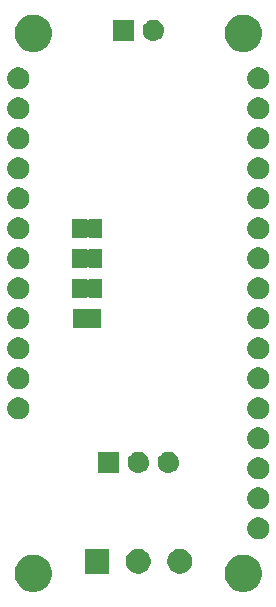
<source format=gbr>
G04 #@! TF.GenerationSoftware,KiCad,Pcbnew,5.0.2-bee76a0~70~ubuntu18.04.1*
G04 #@! TF.CreationDate,2020-02-06T10:53:29-08:00*
G04 #@! TF.ProjectId,potentiostat_featherwing,706f7465-6e74-4696-9f73-7461745f6665,rev?*
G04 #@! TF.SameCoordinates,Original*
G04 #@! TF.FileFunction,Soldermask,Bot*
G04 #@! TF.FilePolarity,Negative*
%FSLAX46Y46*%
G04 Gerber Fmt 4.6, Leading zero omitted, Abs format (unit mm)*
G04 Created by KiCad (PCBNEW 5.0.2-bee76a0~70~ubuntu18.04.1) date Thu 06 Feb 2020 10:53:29 AM PST*
%MOMM*%
%LPD*%
G01*
G04 APERTURE LIST*
%ADD10C,0.100000*%
G04 APERTURE END LIST*
D10*
G36*
X60149411Y-72145526D02*
X60268137Y-72194704D01*
X60436041Y-72264252D01*
X60694007Y-72436619D01*
X60913381Y-72655993D01*
X61085748Y-72913959D01*
X61204474Y-73200590D01*
X61265000Y-73504875D01*
X61265000Y-73815125D01*
X61204474Y-74119410D01*
X61085748Y-74406041D01*
X60913381Y-74664007D01*
X60694007Y-74883381D01*
X60436041Y-75055748D01*
X60268137Y-75125296D01*
X60149411Y-75174474D01*
X59845125Y-75235000D01*
X59534875Y-75235000D01*
X59230589Y-75174474D01*
X59111863Y-75125296D01*
X58943959Y-75055748D01*
X58685993Y-74883381D01*
X58466619Y-74664007D01*
X58294252Y-74406041D01*
X58175526Y-74119410D01*
X58115000Y-73815125D01*
X58115000Y-73504875D01*
X58175526Y-73200590D01*
X58294252Y-72913959D01*
X58466619Y-72655993D01*
X58685993Y-72436619D01*
X58943959Y-72264252D01*
X59111863Y-72194704D01*
X59230589Y-72145526D01*
X59534875Y-72085000D01*
X59845125Y-72085000D01*
X60149411Y-72145526D01*
X60149411Y-72145526D01*
G37*
G36*
X42369411Y-72145526D02*
X42488137Y-72194704D01*
X42656041Y-72264252D01*
X42914007Y-72436619D01*
X43133381Y-72655993D01*
X43305748Y-72913959D01*
X43424474Y-73200590D01*
X43485000Y-73504875D01*
X43485000Y-73815125D01*
X43424474Y-74119410D01*
X43305748Y-74406041D01*
X43133381Y-74664007D01*
X42914007Y-74883381D01*
X42656041Y-75055748D01*
X42488137Y-75125296D01*
X42369411Y-75174474D01*
X42065125Y-75235000D01*
X41754875Y-75235000D01*
X41450589Y-75174474D01*
X41331863Y-75125296D01*
X41163959Y-75055748D01*
X40905993Y-74883381D01*
X40686619Y-74664007D01*
X40514252Y-74406041D01*
X40395526Y-74119410D01*
X40335000Y-73815125D01*
X40335000Y-73504875D01*
X40395526Y-73200590D01*
X40514252Y-72913959D01*
X40686619Y-72655993D01*
X40905993Y-72436619D01*
X41163959Y-72264252D01*
X41331863Y-72194704D01*
X41450589Y-72145526D01*
X41754875Y-72085000D01*
X42065125Y-72085000D01*
X42369411Y-72145526D01*
X42369411Y-72145526D01*
G37*
G36*
X48350880Y-73695000D02*
X46248880Y-73695000D01*
X46248880Y-71593000D01*
X48350880Y-71593000D01*
X48350880Y-73695000D01*
X48350880Y-73695000D01*
G37*
G36*
X51106565Y-71633389D02*
X51297834Y-71712615D01*
X51469976Y-71827637D01*
X51616363Y-71974024D01*
X51731385Y-72146166D01*
X51810611Y-72337435D01*
X51851000Y-72540484D01*
X51851000Y-72747516D01*
X51810611Y-72950565D01*
X51731385Y-73141834D01*
X51616363Y-73313976D01*
X51469976Y-73460363D01*
X51297834Y-73575385D01*
X51106565Y-73654611D01*
X50903516Y-73695000D01*
X50696484Y-73695000D01*
X50493435Y-73654611D01*
X50302166Y-73575385D01*
X50130024Y-73460363D01*
X49983637Y-73313976D01*
X49868615Y-73141834D01*
X49789389Y-72950565D01*
X49749000Y-72747516D01*
X49749000Y-72540484D01*
X49789389Y-72337435D01*
X49868615Y-72146166D01*
X49983637Y-71974024D01*
X50130024Y-71827637D01*
X50302166Y-71712615D01*
X50493435Y-71633389D01*
X50696484Y-71593000D01*
X50903516Y-71593000D01*
X51106565Y-71633389D01*
X51106565Y-71633389D01*
G37*
G36*
X54606685Y-71633389D02*
X54797954Y-71712615D01*
X54970096Y-71827637D01*
X55116483Y-71974024D01*
X55231505Y-72146166D01*
X55310731Y-72337435D01*
X55351120Y-72540484D01*
X55351120Y-72747516D01*
X55310731Y-72950565D01*
X55231505Y-73141834D01*
X55116483Y-73313976D01*
X54970096Y-73460363D01*
X54797954Y-73575385D01*
X54606685Y-73654611D01*
X54403636Y-73695000D01*
X54196604Y-73695000D01*
X53993555Y-73654611D01*
X53802286Y-73575385D01*
X53630144Y-73460363D01*
X53483757Y-73313976D01*
X53368735Y-73141834D01*
X53289509Y-72950565D01*
X53249120Y-72747516D01*
X53249120Y-72540484D01*
X53289509Y-72337435D01*
X53368735Y-72146166D01*
X53483757Y-71974024D01*
X53630144Y-71827637D01*
X53802286Y-71712615D01*
X53993555Y-71633389D01*
X54196604Y-71593000D01*
X54403636Y-71593000D01*
X54606685Y-71633389D01*
X54606685Y-71633389D01*
G37*
G36*
X61234188Y-68946123D02*
X61405257Y-69016983D01*
X61559216Y-69119855D01*
X61690145Y-69250784D01*
X61793017Y-69404743D01*
X61863877Y-69575812D01*
X61900000Y-69757417D01*
X61900000Y-69942583D01*
X61863877Y-70124188D01*
X61793017Y-70295257D01*
X61690145Y-70449216D01*
X61559216Y-70580145D01*
X61405257Y-70683017D01*
X61234188Y-70753877D01*
X61052583Y-70790000D01*
X60867417Y-70790000D01*
X60685812Y-70753877D01*
X60514743Y-70683017D01*
X60360784Y-70580145D01*
X60229855Y-70449216D01*
X60126983Y-70295257D01*
X60056123Y-70124188D01*
X60020000Y-69942583D01*
X60020000Y-69757417D01*
X60056123Y-69575812D01*
X60126983Y-69404743D01*
X60229855Y-69250784D01*
X60360784Y-69119855D01*
X60514743Y-69016983D01*
X60685812Y-68946123D01*
X60867417Y-68910000D01*
X61052583Y-68910000D01*
X61234188Y-68946123D01*
X61234188Y-68946123D01*
G37*
G36*
X61234188Y-66406123D02*
X61405257Y-66476983D01*
X61559216Y-66579855D01*
X61690145Y-66710784D01*
X61793017Y-66864743D01*
X61863877Y-67035812D01*
X61900000Y-67217417D01*
X61900000Y-67402583D01*
X61863877Y-67584188D01*
X61793017Y-67755257D01*
X61690145Y-67909216D01*
X61559216Y-68040145D01*
X61405257Y-68143017D01*
X61234188Y-68213877D01*
X61052583Y-68250000D01*
X60867417Y-68250000D01*
X60685812Y-68213877D01*
X60514743Y-68143017D01*
X60360784Y-68040145D01*
X60229855Y-67909216D01*
X60126983Y-67755257D01*
X60056123Y-67584188D01*
X60020000Y-67402583D01*
X60020000Y-67217417D01*
X60056123Y-67035812D01*
X60126983Y-66864743D01*
X60229855Y-66710784D01*
X60360784Y-66579855D01*
X60514743Y-66476983D01*
X60685812Y-66406123D01*
X60867417Y-66370000D01*
X61052583Y-66370000D01*
X61234188Y-66406123D01*
X61234188Y-66406123D01*
G37*
G36*
X61234188Y-63866123D02*
X61405257Y-63936983D01*
X61559216Y-64039855D01*
X61690145Y-64170784D01*
X61793017Y-64324743D01*
X61863877Y-64495812D01*
X61900000Y-64677417D01*
X61900000Y-64862583D01*
X61863877Y-65044188D01*
X61793017Y-65215257D01*
X61690145Y-65369216D01*
X61559216Y-65500145D01*
X61405257Y-65603017D01*
X61234188Y-65673877D01*
X61052583Y-65710000D01*
X60867417Y-65710000D01*
X60685812Y-65673877D01*
X60514743Y-65603017D01*
X60360784Y-65500145D01*
X60229855Y-65369216D01*
X60126983Y-65215257D01*
X60056123Y-65044188D01*
X60020000Y-64862583D01*
X60020000Y-64677417D01*
X60056123Y-64495812D01*
X60126983Y-64324743D01*
X60229855Y-64170784D01*
X60360784Y-64039855D01*
X60514743Y-63936983D01*
X60685812Y-63866123D01*
X60867417Y-63830000D01*
X61052583Y-63830000D01*
X61234188Y-63866123D01*
X61234188Y-63866123D01*
G37*
G36*
X53450442Y-63367518D02*
X53516627Y-63374037D01*
X53629853Y-63408384D01*
X53686467Y-63425557D01*
X53825087Y-63499652D01*
X53842991Y-63509222D01*
X53878729Y-63538552D01*
X53980186Y-63621814D01*
X54063448Y-63723271D01*
X54092778Y-63759009D01*
X54092779Y-63759011D01*
X54176443Y-63915533D01*
X54193616Y-63972147D01*
X54227963Y-64085373D01*
X54245359Y-64262000D01*
X54227963Y-64438627D01*
X54210616Y-64495812D01*
X54176443Y-64608467D01*
X54139588Y-64677417D01*
X54092778Y-64764991D01*
X54063448Y-64800729D01*
X53980186Y-64902186D01*
X53878729Y-64985448D01*
X53842991Y-65014778D01*
X53842989Y-65014779D01*
X53686467Y-65098443D01*
X53629853Y-65115616D01*
X53516627Y-65149963D01*
X53450443Y-65156481D01*
X53384260Y-65163000D01*
X53295740Y-65163000D01*
X53229557Y-65156481D01*
X53163373Y-65149963D01*
X53050147Y-65115616D01*
X52993533Y-65098443D01*
X52837011Y-65014779D01*
X52837009Y-65014778D01*
X52801271Y-64985448D01*
X52699814Y-64902186D01*
X52616552Y-64800729D01*
X52587222Y-64764991D01*
X52540412Y-64677417D01*
X52503557Y-64608467D01*
X52469384Y-64495812D01*
X52452037Y-64438627D01*
X52434641Y-64262000D01*
X52452037Y-64085373D01*
X52486384Y-63972147D01*
X52503557Y-63915533D01*
X52587221Y-63759011D01*
X52587222Y-63759009D01*
X52616552Y-63723271D01*
X52699814Y-63621814D01*
X52801271Y-63538552D01*
X52837009Y-63509222D01*
X52854913Y-63499652D01*
X52993533Y-63425557D01*
X53050147Y-63408384D01*
X53163373Y-63374037D01*
X53229558Y-63367518D01*
X53295740Y-63361000D01*
X53384260Y-63361000D01*
X53450442Y-63367518D01*
X53450442Y-63367518D01*
G37*
G36*
X50910442Y-63367518D02*
X50976627Y-63374037D01*
X51089853Y-63408384D01*
X51146467Y-63425557D01*
X51285087Y-63499652D01*
X51302991Y-63509222D01*
X51338729Y-63538552D01*
X51440186Y-63621814D01*
X51523448Y-63723271D01*
X51552778Y-63759009D01*
X51552779Y-63759011D01*
X51636443Y-63915533D01*
X51653616Y-63972147D01*
X51687963Y-64085373D01*
X51705359Y-64262000D01*
X51687963Y-64438627D01*
X51670616Y-64495812D01*
X51636443Y-64608467D01*
X51599588Y-64677417D01*
X51552778Y-64764991D01*
X51523448Y-64800729D01*
X51440186Y-64902186D01*
X51338729Y-64985448D01*
X51302991Y-65014778D01*
X51302989Y-65014779D01*
X51146467Y-65098443D01*
X51089853Y-65115616D01*
X50976627Y-65149963D01*
X50910443Y-65156481D01*
X50844260Y-65163000D01*
X50755740Y-65163000D01*
X50689557Y-65156481D01*
X50623373Y-65149963D01*
X50510147Y-65115616D01*
X50453533Y-65098443D01*
X50297011Y-65014779D01*
X50297009Y-65014778D01*
X50261271Y-64985448D01*
X50159814Y-64902186D01*
X50076552Y-64800729D01*
X50047222Y-64764991D01*
X50000412Y-64677417D01*
X49963557Y-64608467D01*
X49929384Y-64495812D01*
X49912037Y-64438627D01*
X49894641Y-64262000D01*
X49912037Y-64085373D01*
X49946384Y-63972147D01*
X49963557Y-63915533D01*
X50047221Y-63759011D01*
X50047222Y-63759009D01*
X50076552Y-63723271D01*
X50159814Y-63621814D01*
X50261271Y-63538552D01*
X50297009Y-63509222D01*
X50314913Y-63499652D01*
X50453533Y-63425557D01*
X50510147Y-63408384D01*
X50623373Y-63374037D01*
X50689558Y-63367518D01*
X50755740Y-63361000D01*
X50844260Y-63361000D01*
X50910442Y-63367518D01*
X50910442Y-63367518D01*
G37*
G36*
X49161000Y-65163000D02*
X47359000Y-65163000D01*
X47359000Y-63361000D01*
X49161000Y-63361000D01*
X49161000Y-65163000D01*
X49161000Y-65163000D01*
G37*
G36*
X61234188Y-61326123D02*
X61405257Y-61396983D01*
X61559216Y-61499855D01*
X61690145Y-61630784D01*
X61793017Y-61784743D01*
X61863877Y-61955812D01*
X61900000Y-62137417D01*
X61900000Y-62322583D01*
X61863877Y-62504188D01*
X61793017Y-62675257D01*
X61690145Y-62829216D01*
X61559216Y-62960145D01*
X61405257Y-63063017D01*
X61234188Y-63133877D01*
X61052583Y-63170000D01*
X60867417Y-63170000D01*
X60685812Y-63133877D01*
X60514743Y-63063017D01*
X60360784Y-62960145D01*
X60229855Y-62829216D01*
X60126983Y-62675257D01*
X60056123Y-62504188D01*
X60020000Y-62322583D01*
X60020000Y-62137417D01*
X60056123Y-61955812D01*
X60126983Y-61784743D01*
X60229855Y-61630784D01*
X60360784Y-61499855D01*
X60514743Y-61396983D01*
X60685812Y-61326123D01*
X60867417Y-61290000D01*
X61052583Y-61290000D01*
X61234188Y-61326123D01*
X61234188Y-61326123D01*
G37*
G36*
X61234188Y-58786123D02*
X61405257Y-58856983D01*
X61559216Y-58959855D01*
X61690145Y-59090784D01*
X61793017Y-59244743D01*
X61863877Y-59415812D01*
X61900000Y-59597417D01*
X61900000Y-59782583D01*
X61863877Y-59964188D01*
X61793017Y-60135257D01*
X61690145Y-60289216D01*
X61559216Y-60420145D01*
X61405257Y-60523017D01*
X61234188Y-60593877D01*
X61052583Y-60630000D01*
X60867417Y-60630000D01*
X60685812Y-60593877D01*
X60514743Y-60523017D01*
X60360784Y-60420145D01*
X60229855Y-60289216D01*
X60126983Y-60135257D01*
X60056123Y-59964188D01*
X60020000Y-59782583D01*
X60020000Y-59597417D01*
X60056123Y-59415812D01*
X60126983Y-59244743D01*
X60229855Y-59090784D01*
X60360784Y-58959855D01*
X60514743Y-58856983D01*
X60685812Y-58786123D01*
X60867417Y-58750000D01*
X61052583Y-58750000D01*
X61234188Y-58786123D01*
X61234188Y-58786123D01*
G37*
G36*
X40914188Y-58786123D02*
X41085257Y-58856983D01*
X41239216Y-58959855D01*
X41370145Y-59090784D01*
X41473017Y-59244743D01*
X41543877Y-59415812D01*
X41580000Y-59597417D01*
X41580000Y-59782583D01*
X41543877Y-59964188D01*
X41473017Y-60135257D01*
X41370145Y-60289216D01*
X41239216Y-60420145D01*
X41085257Y-60523017D01*
X40914188Y-60593877D01*
X40732583Y-60630000D01*
X40547417Y-60630000D01*
X40365812Y-60593877D01*
X40194743Y-60523017D01*
X40040784Y-60420145D01*
X39909855Y-60289216D01*
X39806983Y-60135257D01*
X39736123Y-59964188D01*
X39700000Y-59782583D01*
X39700000Y-59597417D01*
X39736123Y-59415812D01*
X39806983Y-59244743D01*
X39909855Y-59090784D01*
X40040784Y-58959855D01*
X40194743Y-58856983D01*
X40365812Y-58786123D01*
X40547417Y-58750000D01*
X40732583Y-58750000D01*
X40914188Y-58786123D01*
X40914188Y-58786123D01*
G37*
G36*
X61234188Y-56246123D02*
X61405257Y-56316983D01*
X61559216Y-56419855D01*
X61690145Y-56550784D01*
X61793017Y-56704743D01*
X61863877Y-56875812D01*
X61900000Y-57057417D01*
X61900000Y-57242583D01*
X61863877Y-57424188D01*
X61793017Y-57595257D01*
X61690145Y-57749216D01*
X61559216Y-57880145D01*
X61405257Y-57983017D01*
X61234188Y-58053877D01*
X61052583Y-58090000D01*
X60867417Y-58090000D01*
X60685812Y-58053877D01*
X60514743Y-57983017D01*
X60360784Y-57880145D01*
X60229855Y-57749216D01*
X60126983Y-57595257D01*
X60056123Y-57424188D01*
X60020000Y-57242583D01*
X60020000Y-57057417D01*
X60056123Y-56875812D01*
X60126983Y-56704743D01*
X60229855Y-56550784D01*
X60360784Y-56419855D01*
X60514743Y-56316983D01*
X60685812Y-56246123D01*
X60867417Y-56210000D01*
X61052583Y-56210000D01*
X61234188Y-56246123D01*
X61234188Y-56246123D01*
G37*
G36*
X40914188Y-56246123D02*
X41085257Y-56316983D01*
X41239216Y-56419855D01*
X41370145Y-56550784D01*
X41473017Y-56704743D01*
X41543877Y-56875812D01*
X41580000Y-57057417D01*
X41580000Y-57242583D01*
X41543877Y-57424188D01*
X41473017Y-57595257D01*
X41370145Y-57749216D01*
X41239216Y-57880145D01*
X41085257Y-57983017D01*
X40914188Y-58053877D01*
X40732583Y-58090000D01*
X40547417Y-58090000D01*
X40365812Y-58053877D01*
X40194743Y-57983017D01*
X40040784Y-57880145D01*
X39909855Y-57749216D01*
X39806983Y-57595257D01*
X39736123Y-57424188D01*
X39700000Y-57242583D01*
X39700000Y-57057417D01*
X39736123Y-56875812D01*
X39806983Y-56704743D01*
X39909855Y-56550784D01*
X40040784Y-56419855D01*
X40194743Y-56316983D01*
X40365812Y-56246123D01*
X40547417Y-56210000D01*
X40732583Y-56210000D01*
X40914188Y-56246123D01*
X40914188Y-56246123D01*
G37*
G36*
X61234188Y-53706123D02*
X61405257Y-53776983D01*
X61559216Y-53879855D01*
X61690145Y-54010784D01*
X61793017Y-54164743D01*
X61863877Y-54335812D01*
X61900000Y-54517417D01*
X61900000Y-54702583D01*
X61863877Y-54884188D01*
X61793017Y-55055257D01*
X61690145Y-55209216D01*
X61559216Y-55340145D01*
X61405257Y-55443017D01*
X61234188Y-55513877D01*
X61052583Y-55550000D01*
X60867417Y-55550000D01*
X60685812Y-55513877D01*
X60514743Y-55443017D01*
X60360784Y-55340145D01*
X60229855Y-55209216D01*
X60126983Y-55055257D01*
X60056123Y-54884188D01*
X60020000Y-54702583D01*
X60020000Y-54517417D01*
X60056123Y-54335812D01*
X60126983Y-54164743D01*
X60229855Y-54010784D01*
X60360784Y-53879855D01*
X60514743Y-53776983D01*
X60685812Y-53706123D01*
X60867417Y-53670000D01*
X61052583Y-53670000D01*
X61234188Y-53706123D01*
X61234188Y-53706123D01*
G37*
G36*
X40914188Y-53706123D02*
X41085257Y-53776983D01*
X41239216Y-53879855D01*
X41370145Y-54010784D01*
X41473017Y-54164743D01*
X41543877Y-54335812D01*
X41580000Y-54517417D01*
X41580000Y-54702583D01*
X41543877Y-54884188D01*
X41473017Y-55055257D01*
X41370145Y-55209216D01*
X41239216Y-55340145D01*
X41085257Y-55443017D01*
X40914188Y-55513877D01*
X40732583Y-55550000D01*
X40547417Y-55550000D01*
X40365812Y-55513877D01*
X40194743Y-55443017D01*
X40040784Y-55340145D01*
X39909855Y-55209216D01*
X39806983Y-55055257D01*
X39736123Y-54884188D01*
X39700000Y-54702583D01*
X39700000Y-54517417D01*
X39736123Y-54335812D01*
X39806983Y-54164743D01*
X39909855Y-54010784D01*
X40040784Y-53879855D01*
X40194743Y-53776983D01*
X40365812Y-53706123D01*
X40547417Y-53670000D01*
X40732583Y-53670000D01*
X40914188Y-53706123D01*
X40914188Y-53706123D01*
G37*
G36*
X40914188Y-51166123D02*
X41085257Y-51236983D01*
X41239216Y-51339855D01*
X41370145Y-51470784D01*
X41473017Y-51624743D01*
X41543877Y-51795812D01*
X41580000Y-51977417D01*
X41580000Y-52162583D01*
X41543877Y-52344188D01*
X41473017Y-52515257D01*
X41370145Y-52669216D01*
X41239216Y-52800145D01*
X41085257Y-52903017D01*
X40914188Y-52973877D01*
X40732583Y-53010000D01*
X40547417Y-53010000D01*
X40365812Y-52973877D01*
X40194743Y-52903017D01*
X40040784Y-52800145D01*
X39909855Y-52669216D01*
X39806983Y-52515257D01*
X39736123Y-52344188D01*
X39700000Y-52162583D01*
X39700000Y-51977417D01*
X39736123Y-51795812D01*
X39806983Y-51624743D01*
X39909855Y-51470784D01*
X40040784Y-51339855D01*
X40194743Y-51236983D01*
X40365812Y-51166123D01*
X40547417Y-51130000D01*
X40732583Y-51130000D01*
X40914188Y-51166123D01*
X40914188Y-51166123D01*
G37*
G36*
X61234188Y-51166123D02*
X61405257Y-51236983D01*
X61559216Y-51339855D01*
X61690145Y-51470784D01*
X61793017Y-51624743D01*
X61863877Y-51795812D01*
X61900000Y-51977417D01*
X61900000Y-52162583D01*
X61863877Y-52344188D01*
X61793017Y-52515257D01*
X61690145Y-52669216D01*
X61559216Y-52800145D01*
X61405257Y-52903017D01*
X61234188Y-52973877D01*
X61052583Y-53010000D01*
X60867417Y-53010000D01*
X60685812Y-52973877D01*
X60514743Y-52903017D01*
X60360784Y-52800145D01*
X60229855Y-52669216D01*
X60126983Y-52515257D01*
X60056123Y-52344188D01*
X60020000Y-52162583D01*
X60020000Y-51977417D01*
X60056123Y-51795812D01*
X60126983Y-51624743D01*
X60229855Y-51470784D01*
X60360784Y-51339855D01*
X60514743Y-51236983D01*
X60685812Y-51166123D01*
X60867417Y-51130000D01*
X61052583Y-51130000D01*
X61234188Y-51166123D01*
X61234188Y-51166123D01*
G37*
G36*
X47641999Y-51269737D02*
X47651611Y-51272653D01*
X47660469Y-51277388D01*
X47668237Y-51283763D01*
X47674612Y-51291531D01*
X47679347Y-51300389D01*
X47682263Y-51310001D01*
X47683852Y-51326140D01*
X47683852Y-52813860D01*
X47682263Y-52829999D01*
X47679347Y-52839611D01*
X47674612Y-52848469D01*
X47668237Y-52856237D01*
X47660469Y-52862612D01*
X47651611Y-52867347D01*
X47641999Y-52870263D01*
X47625860Y-52871852D01*
X46638140Y-52871852D01*
X46622001Y-52870263D01*
X46612389Y-52867347D01*
X46603531Y-52862612D01*
X46587301Y-52849292D01*
X46566927Y-52835678D01*
X46544288Y-52826300D01*
X46520254Y-52821519D01*
X46495750Y-52821519D01*
X46471717Y-52826299D01*
X46449077Y-52835676D01*
X46428703Y-52849289D01*
X46411375Y-52866616D01*
X46408446Y-52871000D01*
X45281000Y-52871000D01*
X45281000Y-51269000D01*
X46408556Y-51269000D01*
X46419612Y-51282471D01*
X46438554Y-51298017D01*
X46460165Y-51309568D01*
X46483614Y-51316681D01*
X46508000Y-51319083D01*
X46532386Y-51316681D01*
X46555835Y-51309568D01*
X46577446Y-51298017D01*
X46587301Y-51290708D01*
X46597338Y-51282471D01*
X46603529Y-51277390D01*
X46603531Y-51277388D01*
X46612389Y-51272653D01*
X46622001Y-51269737D01*
X46638140Y-51268148D01*
X47625860Y-51268148D01*
X47641999Y-51269737D01*
X47641999Y-51269737D01*
G37*
G36*
X40914188Y-48626123D02*
X41085257Y-48696983D01*
X41239216Y-48799855D01*
X41370145Y-48930784D01*
X41473017Y-49084743D01*
X41543877Y-49255812D01*
X41580000Y-49437417D01*
X41580000Y-49622583D01*
X41543877Y-49804188D01*
X41473017Y-49975257D01*
X41370145Y-50129216D01*
X41239216Y-50260145D01*
X41085257Y-50363017D01*
X40914188Y-50433877D01*
X40732583Y-50470000D01*
X40547417Y-50470000D01*
X40365812Y-50433877D01*
X40194743Y-50363017D01*
X40040784Y-50260145D01*
X39909855Y-50129216D01*
X39806983Y-49975257D01*
X39736123Y-49804188D01*
X39700000Y-49622583D01*
X39700000Y-49437417D01*
X39736123Y-49255812D01*
X39806983Y-49084743D01*
X39909855Y-48930784D01*
X40040784Y-48799855D01*
X40194743Y-48696983D01*
X40365812Y-48626123D01*
X40547417Y-48590000D01*
X40732583Y-48590000D01*
X40914188Y-48626123D01*
X40914188Y-48626123D01*
G37*
G36*
X61234188Y-48626123D02*
X61405257Y-48696983D01*
X61559216Y-48799855D01*
X61690145Y-48930784D01*
X61793017Y-49084743D01*
X61863877Y-49255812D01*
X61900000Y-49437417D01*
X61900000Y-49622583D01*
X61863877Y-49804188D01*
X61793017Y-49975257D01*
X61690145Y-50129216D01*
X61559216Y-50260145D01*
X61405257Y-50363017D01*
X61234188Y-50433877D01*
X61052583Y-50470000D01*
X60867417Y-50470000D01*
X60685812Y-50433877D01*
X60514743Y-50363017D01*
X60360784Y-50260145D01*
X60229855Y-50129216D01*
X60126983Y-49975257D01*
X60056123Y-49804188D01*
X60020000Y-49622583D01*
X60020000Y-49437417D01*
X60056123Y-49255812D01*
X60126983Y-49084743D01*
X60229855Y-48930784D01*
X60360784Y-48799855D01*
X60514743Y-48696983D01*
X60685812Y-48626123D01*
X60867417Y-48590000D01*
X61052583Y-48590000D01*
X61234188Y-48626123D01*
X61234188Y-48626123D01*
G37*
G36*
X46416999Y-48729737D02*
X46426611Y-48732653D01*
X46435469Y-48737388D01*
X46443237Y-48743763D01*
X46453884Y-48756736D01*
X46460046Y-48765959D01*
X46477373Y-48783287D01*
X46497747Y-48796901D01*
X46520386Y-48806279D01*
X46544419Y-48811061D01*
X46568923Y-48811061D01*
X46592957Y-48806282D01*
X46615596Y-48796905D01*
X46635971Y-48783292D01*
X46653299Y-48765965D01*
X46660183Y-48756673D01*
X46670721Y-48743805D01*
X46670725Y-48743801D01*
X46678484Y-48737419D01*
X46687339Y-48732674D01*
X46696950Y-48729748D01*
X46707000Y-48728753D01*
X46707066Y-48728753D01*
X46713175Y-48728148D01*
X47700860Y-48728148D01*
X47716999Y-48729737D01*
X47726611Y-48732653D01*
X47735469Y-48737388D01*
X47743237Y-48743763D01*
X47749612Y-48751531D01*
X47754347Y-48760389D01*
X47757263Y-48770001D01*
X47758852Y-48786140D01*
X47758852Y-50273860D01*
X47757263Y-50289999D01*
X47754347Y-50299611D01*
X47749612Y-50308469D01*
X47743237Y-50316237D01*
X47735469Y-50322612D01*
X47726611Y-50327347D01*
X47716999Y-50330263D01*
X47700860Y-50331852D01*
X46713140Y-50331852D01*
X46697001Y-50330263D01*
X46687389Y-50327347D01*
X46678531Y-50322612D01*
X46670786Y-50316256D01*
X46670763Y-50316237D01*
X46664360Y-50308427D01*
X46664327Y-50308378D01*
X46656516Y-50298850D01*
X46656486Y-50298875D01*
X46645143Y-50285026D01*
X46626217Y-50269462D01*
X46604618Y-50257889D01*
X46581176Y-50250752D01*
X46556792Y-50248326D01*
X46532403Y-50250704D01*
X46508947Y-50257793D01*
X46487324Y-50269323D01*
X46468367Y-50284850D01*
X46457676Y-50299234D01*
X46457400Y-50299007D01*
X46449584Y-50308511D01*
X46449581Y-50308516D01*
X46443199Y-50316275D01*
X46443195Y-50316279D01*
X46435428Y-50322640D01*
X46427543Y-50326844D01*
X46426600Y-50327347D01*
X46426560Y-50327368D01*
X46416918Y-50330282D01*
X46400888Y-50331852D01*
X45263140Y-50331852D01*
X45247001Y-50330263D01*
X45237389Y-50327347D01*
X45228531Y-50322612D01*
X45220763Y-50316237D01*
X45214388Y-50308469D01*
X45209653Y-50299611D01*
X45206737Y-50289999D01*
X45205148Y-50273860D01*
X45205148Y-48786140D01*
X45206737Y-48770001D01*
X45209653Y-48760389D01*
X45214388Y-48751531D01*
X45220763Y-48743763D01*
X45228531Y-48737388D01*
X45237389Y-48732653D01*
X45247001Y-48729737D01*
X45263140Y-48728148D01*
X46400860Y-48728148D01*
X46416999Y-48729737D01*
X46416999Y-48729737D01*
G37*
G36*
X40914188Y-46086123D02*
X41085257Y-46156983D01*
X41239216Y-46259855D01*
X41370145Y-46390784D01*
X41473017Y-46544743D01*
X41543877Y-46715812D01*
X41580000Y-46897417D01*
X41580000Y-47082583D01*
X41543877Y-47264188D01*
X41473017Y-47435257D01*
X41370145Y-47589216D01*
X41239216Y-47720145D01*
X41085257Y-47823017D01*
X40914188Y-47893877D01*
X40732583Y-47930000D01*
X40547417Y-47930000D01*
X40365812Y-47893877D01*
X40194743Y-47823017D01*
X40040784Y-47720145D01*
X39909855Y-47589216D01*
X39806983Y-47435257D01*
X39736123Y-47264188D01*
X39700000Y-47082583D01*
X39700000Y-46897417D01*
X39736123Y-46715812D01*
X39806983Y-46544743D01*
X39909855Y-46390784D01*
X40040784Y-46259855D01*
X40194743Y-46156983D01*
X40365812Y-46086123D01*
X40547417Y-46050000D01*
X40732583Y-46050000D01*
X40914188Y-46086123D01*
X40914188Y-46086123D01*
G37*
G36*
X61234188Y-46086123D02*
X61405257Y-46156983D01*
X61559216Y-46259855D01*
X61690145Y-46390784D01*
X61793017Y-46544743D01*
X61863877Y-46715812D01*
X61900000Y-46897417D01*
X61900000Y-47082583D01*
X61863877Y-47264188D01*
X61793017Y-47435257D01*
X61690145Y-47589216D01*
X61559216Y-47720145D01*
X61405257Y-47823017D01*
X61234188Y-47893877D01*
X61052583Y-47930000D01*
X60867417Y-47930000D01*
X60685812Y-47893877D01*
X60514743Y-47823017D01*
X60360784Y-47720145D01*
X60229855Y-47589216D01*
X60126983Y-47435257D01*
X60056123Y-47264188D01*
X60020000Y-47082583D01*
X60020000Y-46897417D01*
X60056123Y-46715812D01*
X60126983Y-46544743D01*
X60229855Y-46390784D01*
X60360784Y-46259855D01*
X60514743Y-46156983D01*
X60685812Y-46086123D01*
X60867417Y-46050000D01*
X61052583Y-46050000D01*
X61234188Y-46086123D01*
X61234188Y-46086123D01*
G37*
G36*
X46416999Y-46189737D02*
X46426611Y-46192653D01*
X46435469Y-46197388D01*
X46443237Y-46203763D01*
X46453884Y-46216736D01*
X46460046Y-46225959D01*
X46477373Y-46243287D01*
X46497747Y-46256901D01*
X46520386Y-46266279D01*
X46544419Y-46271061D01*
X46568923Y-46271061D01*
X46592957Y-46266282D01*
X46615596Y-46256905D01*
X46635971Y-46243292D01*
X46653299Y-46225965D01*
X46660183Y-46216673D01*
X46670721Y-46203805D01*
X46670725Y-46203801D01*
X46678484Y-46197419D01*
X46687339Y-46192674D01*
X46696950Y-46189748D01*
X46707000Y-46188753D01*
X46707066Y-46188753D01*
X46713175Y-46188148D01*
X47700860Y-46188148D01*
X47716999Y-46189737D01*
X47726611Y-46192653D01*
X47735469Y-46197388D01*
X47743237Y-46203763D01*
X47749612Y-46211531D01*
X47754347Y-46220389D01*
X47757263Y-46230001D01*
X47758852Y-46246140D01*
X47758852Y-47733860D01*
X47757263Y-47749999D01*
X47754347Y-47759611D01*
X47749612Y-47768469D01*
X47743237Y-47776237D01*
X47735469Y-47782612D01*
X47726611Y-47787347D01*
X47716999Y-47790263D01*
X47700860Y-47791852D01*
X46713140Y-47791852D01*
X46697001Y-47790263D01*
X46687389Y-47787347D01*
X46678531Y-47782612D01*
X46670786Y-47776256D01*
X46670763Y-47776237D01*
X46664360Y-47768427D01*
X46664327Y-47768378D01*
X46656516Y-47758850D01*
X46656486Y-47758875D01*
X46645143Y-47745026D01*
X46626217Y-47729462D01*
X46604618Y-47717889D01*
X46581176Y-47710752D01*
X46556792Y-47708326D01*
X46532403Y-47710704D01*
X46508947Y-47717793D01*
X46487324Y-47729323D01*
X46468367Y-47744850D01*
X46457676Y-47759234D01*
X46457400Y-47759007D01*
X46449584Y-47768511D01*
X46449581Y-47768516D01*
X46443199Y-47776275D01*
X46443195Y-47776279D01*
X46435428Y-47782640D01*
X46427543Y-47786844D01*
X46426600Y-47787347D01*
X46426560Y-47787368D01*
X46416918Y-47790282D01*
X46400888Y-47791852D01*
X45263140Y-47791852D01*
X45247001Y-47790263D01*
X45237389Y-47787347D01*
X45228531Y-47782612D01*
X45220763Y-47776237D01*
X45214388Y-47768469D01*
X45209653Y-47759611D01*
X45206737Y-47749999D01*
X45205148Y-47733860D01*
X45205148Y-46246140D01*
X45206737Y-46230001D01*
X45209653Y-46220389D01*
X45214388Y-46211531D01*
X45220763Y-46203763D01*
X45228531Y-46197388D01*
X45237389Y-46192653D01*
X45247001Y-46189737D01*
X45263140Y-46188148D01*
X46400860Y-46188148D01*
X46416999Y-46189737D01*
X46416999Y-46189737D01*
G37*
G36*
X61234188Y-43546123D02*
X61405257Y-43616983D01*
X61559216Y-43719855D01*
X61690145Y-43850784D01*
X61793017Y-44004743D01*
X61863877Y-44175812D01*
X61900000Y-44357417D01*
X61900000Y-44542583D01*
X61863877Y-44724188D01*
X61793017Y-44895257D01*
X61690145Y-45049216D01*
X61559216Y-45180145D01*
X61405257Y-45283017D01*
X61234188Y-45353877D01*
X61052583Y-45390000D01*
X60867417Y-45390000D01*
X60685812Y-45353877D01*
X60514743Y-45283017D01*
X60360784Y-45180145D01*
X60229855Y-45049216D01*
X60126983Y-44895257D01*
X60056123Y-44724188D01*
X60020000Y-44542583D01*
X60020000Y-44357417D01*
X60056123Y-44175812D01*
X60126983Y-44004743D01*
X60229855Y-43850784D01*
X60360784Y-43719855D01*
X60514743Y-43616983D01*
X60685812Y-43546123D01*
X60867417Y-43510000D01*
X61052583Y-43510000D01*
X61234188Y-43546123D01*
X61234188Y-43546123D01*
G37*
G36*
X40914188Y-43546123D02*
X41085257Y-43616983D01*
X41239216Y-43719855D01*
X41370145Y-43850784D01*
X41473017Y-44004743D01*
X41543877Y-44175812D01*
X41580000Y-44357417D01*
X41580000Y-44542583D01*
X41543877Y-44724188D01*
X41473017Y-44895257D01*
X41370145Y-45049216D01*
X41239216Y-45180145D01*
X41085257Y-45283017D01*
X40914188Y-45353877D01*
X40732583Y-45390000D01*
X40547417Y-45390000D01*
X40365812Y-45353877D01*
X40194743Y-45283017D01*
X40040784Y-45180145D01*
X39909855Y-45049216D01*
X39806983Y-44895257D01*
X39736123Y-44724188D01*
X39700000Y-44542583D01*
X39700000Y-44357417D01*
X39736123Y-44175812D01*
X39806983Y-44004743D01*
X39909855Y-43850784D01*
X40040784Y-43719855D01*
X40194743Y-43616983D01*
X40365812Y-43546123D01*
X40547417Y-43510000D01*
X40732583Y-43510000D01*
X40914188Y-43546123D01*
X40914188Y-43546123D01*
G37*
G36*
X46416999Y-43649737D02*
X46426611Y-43652653D01*
X46435469Y-43657388D01*
X46443237Y-43663763D01*
X46453884Y-43676736D01*
X46460046Y-43685959D01*
X46477373Y-43703287D01*
X46497747Y-43716901D01*
X46520386Y-43726279D01*
X46544419Y-43731061D01*
X46568923Y-43731061D01*
X46592957Y-43726282D01*
X46615596Y-43716905D01*
X46635971Y-43703292D01*
X46653299Y-43685965D01*
X46660183Y-43676673D01*
X46670721Y-43663805D01*
X46670725Y-43663801D01*
X46678484Y-43657419D01*
X46687339Y-43652674D01*
X46696950Y-43649748D01*
X46707000Y-43648753D01*
X46707066Y-43648753D01*
X46713175Y-43648148D01*
X47700860Y-43648148D01*
X47716999Y-43649737D01*
X47726611Y-43652653D01*
X47735469Y-43657388D01*
X47743237Y-43663763D01*
X47749612Y-43671531D01*
X47754347Y-43680389D01*
X47757263Y-43690001D01*
X47758852Y-43706140D01*
X47758852Y-45193860D01*
X47757263Y-45209999D01*
X47754347Y-45219611D01*
X47749612Y-45228469D01*
X47743237Y-45236237D01*
X47735469Y-45242612D01*
X47726611Y-45247347D01*
X47716999Y-45250263D01*
X47700860Y-45251852D01*
X46713140Y-45251852D01*
X46697001Y-45250263D01*
X46687389Y-45247347D01*
X46678531Y-45242612D01*
X46670786Y-45236256D01*
X46670763Y-45236237D01*
X46664360Y-45228427D01*
X46664327Y-45228378D01*
X46656516Y-45218850D01*
X46656486Y-45218875D01*
X46645143Y-45205026D01*
X46626217Y-45189462D01*
X46604618Y-45177889D01*
X46581176Y-45170752D01*
X46556792Y-45168326D01*
X46532403Y-45170704D01*
X46508947Y-45177793D01*
X46487324Y-45189323D01*
X46468367Y-45204850D01*
X46457676Y-45219234D01*
X46457400Y-45219007D01*
X46449584Y-45228511D01*
X46449581Y-45228516D01*
X46443199Y-45236275D01*
X46443195Y-45236279D01*
X46435428Y-45242640D01*
X46427543Y-45246844D01*
X46426600Y-45247347D01*
X46426560Y-45247368D01*
X46416918Y-45250282D01*
X46400888Y-45251852D01*
X45263140Y-45251852D01*
X45247001Y-45250263D01*
X45237389Y-45247347D01*
X45228531Y-45242612D01*
X45220763Y-45236237D01*
X45214388Y-45228469D01*
X45209653Y-45219611D01*
X45206737Y-45209999D01*
X45205148Y-45193860D01*
X45205148Y-43706140D01*
X45206737Y-43690001D01*
X45209653Y-43680389D01*
X45214388Y-43671531D01*
X45220763Y-43663763D01*
X45228531Y-43657388D01*
X45237389Y-43652653D01*
X45247001Y-43649737D01*
X45263140Y-43648148D01*
X46400860Y-43648148D01*
X46416999Y-43649737D01*
X46416999Y-43649737D01*
G37*
G36*
X61234188Y-41006123D02*
X61405257Y-41076983D01*
X61559216Y-41179855D01*
X61690145Y-41310784D01*
X61793017Y-41464743D01*
X61863877Y-41635812D01*
X61900000Y-41817417D01*
X61900000Y-42002583D01*
X61863877Y-42184188D01*
X61793017Y-42355257D01*
X61690145Y-42509216D01*
X61559216Y-42640145D01*
X61405257Y-42743017D01*
X61234188Y-42813877D01*
X61052583Y-42850000D01*
X60867417Y-42850000D01*
X60685812Y-42813877D01*
X60514743Y-42743017D01*
X60360784Y-42640145D01*
X60229855Y-42509216D01*
X60126983Y-42355257D01*
X60056123Y-42184188D01*
X60020000Y-42002583D01*
X60020000Y-41817417D01*
X60056123Y-41635812D01*
X60126983Y-41464743D01*
X60229855Y-41310784D01*
X60360784Y-41179855D01*
X60514743Y-41076983D01*
X60685812Y-41006123D01*
X60867417Y-40970000D01*
X61052583Y-40970000D01*
X61234188Y-41006123D01*
X61234188Y-41006123D01*
G37*
G36*
X40914188Y-41006123D02*
X41085257Y-41076983D01*
X41239216Y-41179855D01*
X41370145Y-41310784D01*
X41473017Y-41464743D01*
X41543877Y-41635812D01*
X41580000Y-41817417D01*
X41580000Y-42002583D01*
X41543877Y-42184188D01*
X41473017Y-42355257D01*
X41370145Y-42509216D01*
X41239216Y-42640145D01*
X41085257Y-42743017D01*
X40914188Y-42813877D01*
X40732583Y-42850000D01*
X40547417Y-42850000D01*
X40365812Y-42813877D01*
X40194743Y-42743017D01*
X40040784Y-42640145D01*
X39909855Y-42509216D01*
X39806983Y-42355257D01*
X39736123Y-42184188D01*
X39700000Y-42002583D01*
X39700000Y-41817417D01*
X39736123Y-41635812D01*
X39806983Y-41464743D01*
X39909855Y-41310784D01*
X40040784Y-41179855D01*
X40194743Y-41076983D01*
X40365812Y-41006123D01*
X40547417Y-40970000D01*
X40732583Y-40970000D01*
X40914188Y-41006123D01*
X40914188Y-41006123D01*
G37*
G36*
X61234188Y-38466123D02*
X61405257Y-38536983D01*
X61559216Y-38639855D01*
X61690145Y-38770784D01*
X61793017Y-38924743D01*
X61863877Y-39095812D01*
X61900000Y-39277417D01*
X61900000Y-39462583D01*
X61863877Y-39644188D01*
X61793017Y-39815257D01*
X61690145Y-39969216D01*
X61559216Y-40100145D01*
X61405257Y-40203017D01*
X61234188Y-40273877D01*
X61052583Y-40310000D01*
X60867417Y-40310000D01*
X60685812Y-40273877D01*
X60514743Y-40203017D01*
X60360784Y-40100145D01*
X60229855Y-39969216D01*
X60126983Y-39815257D01*
X60056123Y-39644188D01*
X60020000Y-39462583D01*
X60020000Y-39277417D01*
X60056123Y-39095812D01*
X60126983Y-38924743D01*
X60229855Y-38770784D01*
X60360784Y-38639855D01*
X60514743Y-38536983D01*
X60685812Y-38466123D01*
X60867417Y-38430000D01*
X61052583Y-38430000D01*
X61234188Y-38466123D01*
X61234188Y-38466123D01*
G37*
G36*
X40914188Y-38466123D02*
X41085257Y-38536983D01*
X41239216Y-38639855D01*
X41370145Y-38770784D01*
X41473017Y-38924743D01*
X41543877Y-39095812D01*
X41580000Y-39277417D01*
X41580000Y-39462583D01*
X41543877Y-39644188D01*
X41473017Y-39815257D01*
X41370145Y-39969216D01*
X41239216Y-40100145D01*
X41085257Y-40203017D01*
X40914188Y-40273877D01*
X40732583Y-40310000D01*
X40547417Y-40310000D01*
X40365812Y-40273877D01*
X40194743Y-40203017D01*
X40040784Y-40100145D01*
X39909855Y-39969216D01*
X39806983Y-39815257D01*
X39736123Y-39644188D01*
X39700000Y-39462583D01*
X39700000Y-39277417D01*
X39736123Y-39095812D01*
X39806983Y-38924743D01*
X39909855Y-38770784D01*
X40040784Y-38639855D01*
X40194743Y-38536983D01*
X40365812Y-38466123D01*
X40547417Y-38430000D01*
X40732583Y-38430000D01*
X40914188Y-38466123D01*
X40914188Y-38466123D01*
G37*
G36*
X40914188Y-35926123D02*
X41085257Y-35996983D01*
X41239216Y-36099855D01*
X41370145Y-36230784D01*
X41473017Y-36384743D01*
X41543877Y-36555812D01*
X41580000Y-36737417D01*
X41580000Y-36922583D01*
X41543877Y-37104188D01*
X41473017Y-37275257D01*
X41370145Y-37429216D01*
X41239216Y-37560145D01*
X41085257Y-37663017D01*
X40914188Y-37733877D01*
X40732583Y-37770000D01*
X40547417Y-37770000D01*
X40365812Y-37733877D01*
X40194743Y-37663017D01*
X40040784Y-37560145D01*
X39909855Y-37429216D01*
X39806983Y-37275257D01*
X39736123Y-37104188D01*
X39700000Y-36922583D01*
X39700000Y-36737417D01*
X39736123Y-36555812D01*
X39806983Y-36384743D01*
X39909855Y-36230784D01*
X40040784Y-36099855D01*
X40194743Y-35996983D01*
X40365812Y-35926123D01*
X40547417Y-35890000D01*
X40732583Y-35890000D01*
X40914188Y-35926123D01*
X40914188Y-35926123D01*
G37*
G36*
X61234188Y-35926123D02*
X61405257Y-35996983D01*
X61559216Y-36099855D01*
X61690145Y-36230784D01*
X61793017Y-36384743D01*
X61863877Y-36555812D01*
X61900000Y-36737417D01*
X61900000Y-36922583D01*
X61863877Y-37104188D01*
X61793017Y-37275257D01*
X61690145Y-37429216D01*
X61559216Y-37560145D01*
X61405257Y-37663017D01*
X61234188Y-37733877D01*
X61052583Y-37770000D01*
X60867417Y-37770000D01*
X60685812Y-37733877D01*
X60514743Y-37663017D01*
X60360784Y-37560145D01*
X60229855Y-37429216D01*
X60126983Y-37275257D01*
X60056123Y-37104188D01*
X60020000Y-36922583D01*
X60020000Y-36737417D01*
X60056123Y-36555812D01*
X60126983Y-36384743D01*
X60229855Y-36230784D01*
X60360784Y-36099855D01*
X60514743Y-35996983D01*
X60685812Y-35926123D01*
X60867417Y-35890000D01*
X61052583Y-35890000D01*
X61234188Y-35926123D01*
X61234188Y-35926123D01*
G37*
G36*
X40914188Y-33386123D02*
X41085257Y-33456983D01*
X41239216Y-33559855D01*
X41370145Y-33690784D01*
X41473017Y-33844743D01*
X41543877Y-34015812D01*
X41580000Y-34197417D01*
X41580000Y-34382583D01*
X41543877Y-34564188D01*
X41473017Y-34735257D01*
X41370145Y-34889216D01*
X41239216Y-35020145D01*
X41085257Y-35123017D01*
X40914188Y-35193877D01*
X40732583Y-35230000D01*
X40547417Y-35230000D01*
X40365812Y-35193877D01*
X40194743Y-35123017D01*
X40040784Y-35020145D01*
X39909855Y-34889216D01*
X39806983Y-34735257D01*
X39736123Y-34564188D01*
X39700000Y-34382583D01*
X39700000Y-34197417D01*
X39736123Y-34015812D01*
X39806983Y-33844743D01*
X39909855Y-33690784D01*
X40040784Y-33559855D01*
X40194743Y-33456983D01*
X40365812Y-33386123D01*
X40547417Y-33350000D01*
X40732583Y-33350000D01*
X40914188Y-33386123D01*
X40914188Y-33386123D01*
G37*
G36*
X61234188Y-33386123D02*
X61405257Y-33456983D01*
X61559216Y-33559855D01*
X61690145Y-33690784D01*
X61793017Y-33844743D01*
X61863877Y-34015812D01*
X61900000Y-34197417D01*
X61900000Y-34382583D01*
X61863877Y-34564188D01*
X61793017Y-34735257D01*
X61690145Y-34889216D01*
X61559216Y-35020145D01*
X61405257Y-35123017D01*
X61234188Y-35193877D01*
X61052583Y-35230000D01*
X60867417Y-35230000D01*
X60685812Y-35193877D01*
X60514743Y-35123017D01*
X60360784Y-35020145D01*
X60229855Y-34889216D01*
X60126983Y-34735257D01*
X60056123Y-34564188D01*
X60020000Y-34382583D01*
X60020000Y-34197417D01*
X60056123Y-34015812D01*
X60126983Y-33844743D01*
X60229855Y-33690784D01*
X60360784Y-33559855D01*
X60514743Y-33456983D01*
X60685812Y-33386123D01*
X60867417Y-33350000D01*
X61052583Y-33350000D01*
X61234188Y-33386123D01*
X61234188Y-33386123D01*
G37*
G36*
X40914188Y-30846123D02*
X41085257Y-30916983D01*
X41239216Y-31019855D01*
X41370145Y-31150784D01*
X41473017Y-31304743D01*
X41543877Y-31475812D01*
X41580000Y-31657417D01*
X41580000Y-31842583D01*
X41543877Y-32024188D01*
X41473017Y-32195257D01*
X41370145Y-32349216D01*
X41239216Y-32480145D01*
X41085257Y-32583017D01*
X40914188Y-32653877D01*
X40732583Y-32690000D01*
X40547417Y-32690000D01*
X40365812Y-32653877D01*
X40194743Y-32583017D01*
X40040784Y-32480145D01*
X39909855Y-32349216D01*
X39806983Y-32195257D01*
X39736123Y-32024188D01*
X39700000Y-31842583D01*
X39700000Y-31657417D01*
X39736123Y-31475812D01*
X39806983Y-31304743D01*
X39909855Y-31150784D01*
X40040784Y-31019855D01*
X40194743Y-30916983D01*
X40365812Y-30846123D01*
X40547417Y-30810000D01*
X40732583Y-30810000D01*
X40914188Y-30846123D01*
X40914188Y-30846123D01*
G37*
G36*
X61234188Y-30846123D02*
X61405257Y-30916983D01*
X61559216Y-31019855D01*
X61690145Y-31150784D01*
X61793017Y-31304743D01*
X61863877Y-31475812D01*
X61900000Y-31657417D01*
X61900000Y-31842583D01*
X61863877Y-32024188D01*
X61793017Y-32195257D01*
X61690145Y-32349216D01*
X61559216Y-32480145D01*
X61405257Y-32583017D01*
X61234188Y-32653877D01*
X61052583Y-32690000D01*
X60867417Y-32690000D01*
X60685812Y-32653877D01*
X60514743Y-32583017D01*
X60360784Y-32480145D01*
X60229855Y-32349216D01*
X60126983Y-32195257D01*
X60056123Y-32024188D01*
X60020000Y-31842583D01*
X60020000Y-31657417D01*
X60056123Y-31475812D01*
X60126983Y-31304743D01*
X60229855Y-31150784D01*
X60360784Y-31019855D01*
X60514743Y-30916983D01*
X60685812Y-30846123D01*
X60867417Y-30810000D01*
X61052583Y-30810000D01*
X61234188Y-30846123D01*
X61234188Y-30846123D01*
G37*
G36*
X60149411Y-26425526D02*
X60268137Y-26474704D01*
X60436041Y-26544252D01*
X60694007Y-26716619D01*
X60913381Y-26935993D01*
X61085748Y-27193959D01*
X61204474Y-27480590D01*
X61245333Y-27686000D01*
X61265000Y-27784876D01*
X61265000Y-28095124D01*
X61204474Y-28399411D01*
X61188167Y-28438779D01*
X61085748Y-28686041D01*
X60913381Y-28944007D01*
X60694007Y-29163381D01*
X60436041Y-29335748D01*
X60268137Y-29405296D01*
X60149411Y-29454474D01*
X59997267Y-29484737D01*
X59845125Y-29515000D01*
X59534875Y-29515000D01*
X59382733Y-29484737D01*
X59230589Y-29454474D01*
X59111863Y-29405296D01*
X58943959Y-29335748D01*
X58685993Y-29163381D01*
X58466619Y-28944007D01*
X58294252Y-28686041D01*
X58191833Y-28438779D01*
X58175526Y-28399411D01*
X58115000Y-28095124D01*
X58115000Y-27784876D01*
X58134668Y-27686000D01*
X58175526Y-27480590D01*
X58294252Y-27193959D01*
X58466619Y-26935993D01*
X58685993Y-26716619D01*
X58943959Y-26544252D01*
X59111863Y-26474704D01*
X59230589Y-26425526D01*
X59534875Y-26365000D01*
X59845125Y-26365000D01*
X60149411Y-26425526D01*
X60149411Y-26425526D01*
G37*
G36*
X42369411Y-26425526D02*
X42488137Y-26474704D01*
X42656041Y-26544252D01*
X42914007Y-26716619D01*
X43133381Y-26935993D01*
X43305748Y-27193959D01*
X43424474Y-27480590D01*
X43465333Y-27686000D01*
X43485000Y-27784876D01*
X43485000Y-28095124D01*
X43424474Y-28399411D01*
X43408167Y-28438779D01*
X43305748Y-28686041D01*
X43133381Y-28944007D01*
X42914007Y-29163381D01*
X42656041Y-29335748D01*
X42488137Y-29405296D01*
X42369411Y-29454474D01*
X42217267Y-29484737D01*
X42065125Y-29515000D01*
X41754875Y-29515000D01*
X41602733Y-29484737D01*
X41450589Y-29454474D01*
X41331863Y-29405296D01*
X41163959Y-29335748D01*
X40905993Y-29163381D01*
X40686619Y-28944007D01*
X40514252Y-28686041D01*
X40411833Y-28438779D01*
X40395526Y-28399411D01*
X40335000Y-28095124D01*
X40335000Y-27784876D01*
X40354668Y-27686000D01*
X40395526Y-27480590D01*
X40514252Y-27193959D01*
X40686619Y-26935993D01*
X40905993Y-26716619D01*
X41163959Y-26544252D01*
X41331863Y-26474704D01*
X41450589Y-26425526D01*
X41754875Y-26365000D01*
X42065125Y-26365000D01*
X42369411Y-26425526D01*
X42369411Y-26425526D01*
G37*
G36*
X50431000Y-28587000D02*
X48629000Y-28587000D01*
X48629000Y-26785000D01*
X50431000Y-26785000D01*
X50431000Y-28587000D01*
X50431000Y-28587000D01*
G37*
G36*
X52180442Y-26791518D02*
X52246627Y-26798037D01*
X52359853Y-26832384D01*
X52416467Y-26849557D01*
X52555087Y-26923652D01*
X52572991Y-26933222D01*
X52608729Y-26962552D01*
X52710186Y-27045814D01*
X52793448Y-27147271D01*
X52822778Y-27183009D01*
X52822779Y-27183011D01*
X52906443Y-27339533D01*
X52906443Y-27339534D01*
X52957963Y-27509373D01*
X52975359Y-27686000D01*
X52957963Y-27862627D01*
X52923616Y-27975853D01*
X52906443Y-28032467D01*
X52872951Y-28095125D01*
X52822778Y-28188991D01*
X52793448Y-28224729D01*
X52710186Y-28326186D01*
X52608729Y-28409448D01*
X52572991Y-28438778D01*
X52572989Y-28438779D01*
X52416467Y-28522443D01*
X52359853Y-28539616D01*
X52246627Y-28573963D01*
X52180443Y-28580481D01*
X52114260Y-28587000D01*
X52025740Y-28587000D01*
X51959557Y-28580481D01*
X51893373Y-28573963D01*
X51780147Y-28539616D01*
X51723533Y-28522443D01*
X51567011Y-28438779D01*
X51567009Y-28438778D01*
X51531271Y-28409448D01*
X51429814Y-28326186D01*
X51346552Y-28224729D01*
X51317222Y-28188991D01*
X51267049Y-28095125D01*
X51233557Y-28032467D01*
X51216384Y-27975853D01*
X51182037Y-27862627D01*
X51164641Y-27686000D01*
X51182037Y-27509373D01*
X51233557Y-27339534D01*
X51233557Y-27339533D01*
X51317221Y-27183011D01*
X51317222Y-27183009D01*
X51346552Y-27147271D01*
X51429814Y-27045814D01*
X51531271Y-26962552D01*
X51567009Y-26933222D01*
X51584913Y-26923652D01*
X51723533Y-26849557D01*
X51780147Y-26832384D01*
X51893373Y-26798037D01*
X51959558Y-26791518D01*
X52025740Y-26785000D01*
X52114260Y-26785000D01*
X52180442Y-26791518D01*
X52180442Y-26791518D01*
G37*
M02*

</source>
